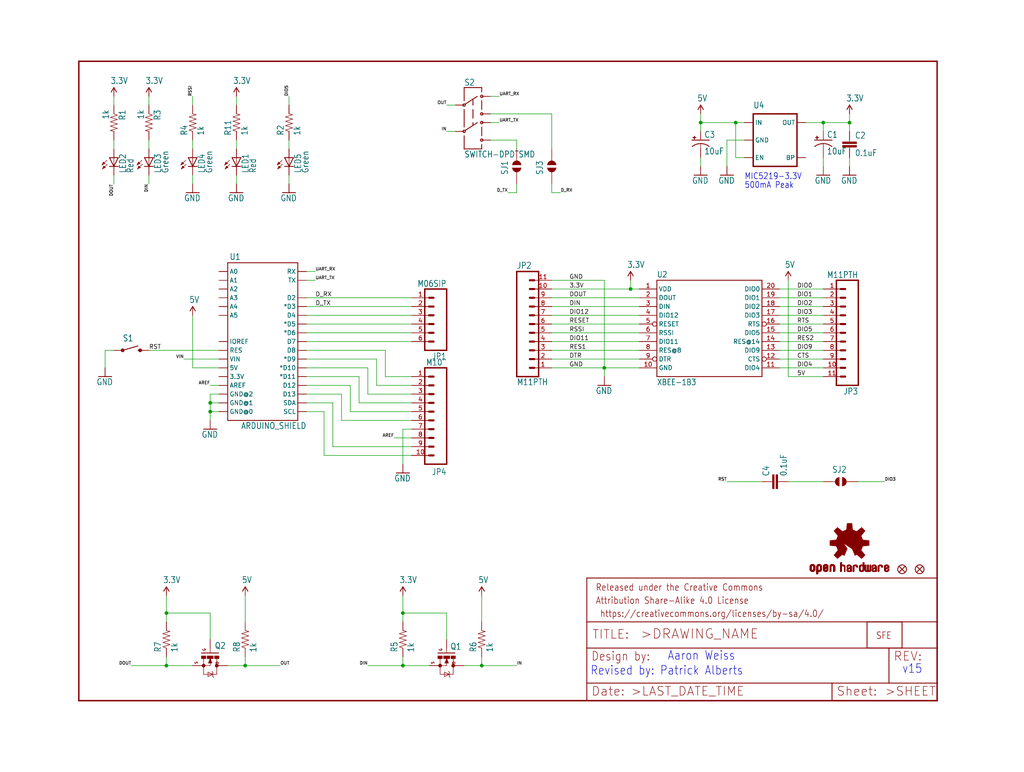
<source format=kicad_sch>
(kicad_sch (version 20211123) (generator eeschema)
  (paper "User" 297.002 223.926)
  (lib_symbols
    (symbol "schematicEagle-eagle-import:0.1UF-25V(+80{slash}-20%)(0603)"
      (property "Reference" "C" (at 1.524 2.921 0))
      (property "Value" "0.1UF-25V(+80{slash}-20%)(0603)" (at 1.524 -2.159 0))
      (symbol "0.1UF-25V(+80{slash}-20%)(0603)_1_0"
        (pin passive line (at 0 5.08 270) (length 2.54) (name "1") (number "1"))
        (pin passive line (at 0 -2.54 90) (length 2.54) (name "2") (number "2"))
      )
    )
    (symbol "schematicEagle-eagle-import:1KOHM1{slash}10W1%(0603)"
      (property "Reference" "R" (at -3.81 1.4986 0))
      (property "Value" "1KOHM1{slash}10W1%(0603)" (at -3.81 -3.302 0))
      (symbol "1KOHM1{slash}10W1%(0603)_1_0"
        (pin passive line (at -5.08 0 0) (length 2.54) (name "1") (number "1"))
        (pin passive line (at 5.08 0 180) (length 2.54) (name "2") (number "2"))
      )
    )
    (symbol "schematicEagle-eagle-import:3.3V" (power)
      (property "Value" "3.3V" (at -1.016 3.556 0))
      (symbol "3.3V_1_0"
        (pin power_in line (at 0 0 90) (length 2.54) (name "3.3V") (number "1"))
      )
    )
    (symbol "schematicEagle-eagle-import:5V" (power)
      (property "Value" "5V" (at -1.016 3.556 0))
      (symbol "5V_1_0"
        (pin power_in line (at 0 0 90) (length 2.54) (name "5V") (number "1"))
      )
    )
    (symbol "schematicEagle-eagle-import:ARDUINO_R3_SHIELD"
      (property "Value" "ARDUINO_R3_SHIELD" (at -6.35 -27.94 0))
      (symbol "ARDUINO_R3_SHIELD_1_0"
        (pin bidirectional line (at -12.7 -12.7 0) (length 2.54) (name "3.3V") (number "3.3V"))
        (pin bidirectional line (at -12.7 -10.16 0) (length 2.54) (name "5V") (number "5V"))
        (pin bidirectional line (at -12.7 17.78 0) (length 2.54) (name "A0") (number "A0"))
        (pin bidirectional line (at -12.7 15.24 0) (length 2.54) (name "A1") (number "A1"))
        (pin bidirectional line (at -12.7 12.7 0) (length 2.54) (name "A2") (number "A2"))
        (pin bidirectional line (at -12.7 10.16 0) (length 2.54) (name "A3") (number "A3"))
        (pin bidirectional line (at -12.7 7.62 0) (length 2.54) (name "A4") (number "A4"))
        (pin bidirectional line (at -12.7 5.08 0) (length 2.54) (name "A5") (number "A5"))
        (pin bidirectional line (at -12.7 -15.24 0) (length 2.54) (name "AREF") (number "AREF"))
        (pin bidirectional line (at 12.7 -10.16 180) (length 2.54) (name "*D10") (number "D10"))
        (pin bidirectional line (at 12.7 -12.7 180) (length 2.54) (name "*D11") (number "D11"))
        (pin bidirectional line (at 12.7 -15.24 180) (length 2.54) (name "D12") (number "D12"))
        (pin bidirectional line (at 12.7 -17.78 180) (length 2.54) (name "D13") (number "D13"))
        (pin bidirectional line (at 12.7 10.16 180) (length 2.54) (name "D2") (number "D2"))
        (pin bidirectional line (at 12.7 7.62 180) (length 2.54) (name "*D3") (number "D3"))
        (pin bidirectional line (at 12.7 5.08 180) (length 2.54) (name "D4") (number "D4"))
        (pin bidirectional line (at 12.7 2.54 180) (length 2.54) (name "*D5") (number "D5"))
        (pin bidirectional line (at 12.7 0 180) (length 2.54) (name "*D6") (number "D6"))
        (pin bidirectional line (at 12.7 -2.54 180) (length 2.54) (name "D7") (number "D7"))
        (pin bidirectional line (at 12.7 -5.08 180) (length 2.54) (name "D8") (number "D8"))
        (pin bidirectional line (at 12.7 -7.62 180) (length 2.54) (name "*D9") (number "D9"))
        (pin bidirectional line (at -12.7 -22.86 0) (length 2.54) (name "GND@0") (number "GND@0"))
        (pin bidirectional line (at -12.7 -20.32 0) (length 2.54) (name "GND@1") (number "GND@1"))
        (pin bidirectional line (at -12.7 -17.78 0) (length 2.54) (name "GND@2") (number "GND@2"))
        (pin bidirectional line (at -12.7 -2.54 0) (length 2.54) (name "IOREF") (number "IOREF"))
        (pin bidirectional line (at -12.7 -5.08 0) (length 2.54) (name "RES") (number "RES"))
        (pin bidirectional line (at 12.7 17.78 180) (length 2.54) (name "RX") (number "RX"))
        (pin bidirectional line (at 12.7 -22.86 180) (length 2.54) (name "SCL") (number "SCL"))
        (pin bidirectional line (at 12.7 -20.32 180) (length 2.54) (name "SDA") (number "SDA"))
        (pin bidirectional line (at 12.7 15.24 180) (length 2.54) (name "TX") (number "TX"))
        (pin bidirectional line (at -12.7 -7.62 0) (length 2.54) (name "VIN") (number "VIN"))
      )
    )
    (symbol "schematicEagle-eagle-import:CAP_POL1206"
      (property "Reference" "C" (at 1.016 0.635 0))
      (property "Value" "CAP_POL1206" (at 1.016 -4.191 0))
      (symbol "CAP_POL1206_1_0"
        (pin passive line (at 0 2.54 270) (length 2.54) (name "+") (number "A"))
        (pin passive line (at 0 -5.08 90) (length 2.54) (name "-") (number "C"))
      )
    )
    (symbol "schematicEagle-eagle-import:FIDUCIAL1X2")
    (symbol "schematicEagle-eagle-import:FRAME-LETTER"
      (symbol "FRAME-LETTER_2_0"
        (text " https://creativecommons.org/licenses/by-sa/4.0/" (at 2.54 24.13 0) (effects (font (size 1.9304 1.6408)) (justify left bottom)))
        (text ">DRAWING_NAME" (at 15.494 17.78 0) (effects (font (size 2.7432 2.7432)) (justify left bottom)))
        (text ">LAST_DATE_TIME" (at 12.7 1.27 0) (effects (font (size 2.54 2.54)) (justify left bottom)))
        (text ">SHEET" (at 86.36 1.27 0) (effects (font (size 2.54 2.54)) (justify left bottom)))
        (text "Attribution Share-Alike 4.0 License" (at 2.54 27.94 0) (effects (font (size 1.9304 1.6408)) (justify left bottom)))
        (text "Date:" (at 1.27 1.27 0) (effects (font (size 2.54 2.54)) (justify left bottom)))
        (text "Design by:" (at 1.27 11.43 0) (effects (font (size 2.54 2.159)) (justify left bottom)))
        (text "Released under the Creative Commons" (at 2.54 31.75 0) (effects (font (size 1.9304 1.6408)) (justify left bottom)))
        (text "REV:" (at 88.9 11.43 0) (effects (font (size 2.54 2.54)) (justify left bottom)))
        (text "Sheet:" (at 72.39 1.27 0) (effects (font (size 2.54 2.54)) (justify left bottom)))
        (text "TITLE:" (at 1.524 17.78 0) (effects (font (size 2.54 2.54)) (justify left bottom)))
      )
    )
    (symbol "schematicEagle-eagle-import:GND" (power)
      (property "Value" "GND" (at -2.54 -2.54 0))
      (symbol "GND_1_0"
        (pin power_in line (at 0 2.54 270) (length 2.54) (name "GND") (number "1"))
      )
    )
    (symbol "schematicEagle-eagle-import:LED-GREEN0603"
      (property "Reference" "D" (at 3.556 -4.572 90))
      (property "Value" "LED-GREEN0603" (at 5.715 -4.572 90))
      (symbol "LED-GREEN0603_1_0"
        (pin passive line (at 0 2.54 270) (length 2.54) (name "A") (number "A"))
        (pin passive line (at 0 -5.08 90) (length 2.54) (name "C") (number "C"))
      )
    )
    (symbol "schematicEagle-eagle-import:LED-RED0603"
      (property "Reference" "D" (at 3.556 -4.572 90))
      (property "Value" "LED-RED0603" (at 5.715 -4.572 90))
      (symbol "LED-RED0603_1_0"
        (pin passive line (at 0 2.54 270) (length 2.54) (name "A") (number "A"))
        (pin passive line (at 0 -5.08 90) (length 2.54) (name "C") (number "C"))
      )
    )
    (symbol "schematicEagle-eagle-import:LOGO-SFENEW"
      (symbol "LOGO-SFENEW_1_0"
        (text "SFE" (at 0 0 0) (effects (font (size 1.9304 1.6408)) (justify left bottom)))
      )
    )
    (symbol "schematicEagle-eagle-import:M06SIP"
      (property "Reference" "JP" (at -5.08 10.922 0))
      (property "Value" "M06SIP" (at -5.08 -10.16 0))
      (symbol "M06SIP_1_0"
        (pin passive line (at 5.08 -5.08 180) (length 5.08) (name "1") (number "1"))
        (pin passive line (at 5.08 -2.54 180) (length 5.08) (name "2") (number "2"))
        (pin passive line (at 5.08 0 180) (length 5.08) (name "3") (number "3"))
        (pin passive line (at 5.08 2.54 180) (length 5.08) (name "4") (number "4"))
        (pin passive line (at 5.08 5.08 180) (length 5.08) (name "5") (number "5"))
        (pin passive line (at 5.08 7.62 180) (length 5.08) (name "6") (number "6"))
      )
    )
    (symbol "schematicEagle-eagle-import:M10{dblquote}"
      (property "Reference" "JP" (at 0 8.89 0))
      (property "Value" "M10{dblquote}" (at 0 -22.86 0))
      (symbol "M10{dblquote}_1_0"
        (pin passive line (at 10.16 -17.78 180) (length 5.08) (name "1") (number "1"))
        (pin passive line (at 10.16 5.08 180) (length 5.08) (name "10") (number "10"))
        (pin passive line (at 10.16 -15.24 180) (length 5.08) (name "2") (number "2"))
        (pin passive line (at 10.16 -12.7 180) (length 5.08) (name "3") (number "3"))
        (pin passive line (at 10.16 -10.16 180) (length 5.08) (name "4") (number "4"))
        (pin passive line (at 10.16 -7.62 180) (length 5.08) (name "5") (number "5"))
        (pin passive line (at 10.16 -5.08 180) (length 5.08) (name "6") (number "6"))
        (pin passive line (at 10.16 -2.54 180) (length 5.08) (name "7") (number "7"))
        (pin passive line (at 10.16 0 180) (length 5.08) (name "8") (number "8"))
        (pin passive line (at 10.16 2.54 180) (length 5.08) (name "9") (number "9"))
      )
    )
    (symbol "schematicEagle-eagle-import:M11PTH"
      (property "Reference" "JP" (at 0 16.002 0))
      (property "Value" "M11PTH" (at 0 -17.78 0))
      (symbol "M11PTH_1_0"
        (pin passive line (at 10.16 -12.7 180) (length 5.08) (name "1") (number "1"))
        (pin passive line (at 10.16 10.16 180) (length 5.08) (name "10") (number "10"))
        (pin passive line (at 10.16 12.7 180) (length 5.08) (name "11") (number "11"))
        (pin passive line (at 10.16 -10.16 180) (length 5.08) (name "2") (number "2"))
        (pin passive line (at 10.16 -7.62 180) (length 5.08) (name "3") (number "3"))
        (pin passive line (at 10.16 -5.08 180) (length 5.08) (name "4") (number "4"))
        (pin passive line (at 10.16 -2.54 180) (length 5.08) (name "5") (number "5"))
        (pin passive line (at 10.16 0 180) (length 5.08) (name "6") (number "6"))
        (pin passive line (at 10.16 2.54 180) (length 5.08) (name "7") (number "7"))
        (pin passive line (at 10.16 5.08 180) (length 5.08) (name "8") (number "8"))
        (pin passive line (at 10.16 7.62 180) (length 5.08) (name "9") (number "9"))
      )
    )
    (symbol "schematicEagle-eagle-import:MOSFET-NCHANNELSMD"
      (property "Reference" "Q" (at 5.08 2.54 0))
      (property "Value" "MOSFET-NCHANNELSMD" (at 5.08 0 0))
      (symbol "MOSFET-NCHANNELSMD_1_0"
        (text "D" (at -1.27 2.54 0) (effects (font (size 0.8128 0.6908)) (justify left bottom)))
        (text "G" (at -5.08 -1.27 0) (effects (font (size 0.8128 0.6908)) (justify left bottom)))
        (text "S" (at -1.27 -3.556 0) (effects (font (size 0.8128 0.6908)) (justify left bottom)))
        (pin passive line (at -7.62 0 0) (length 2.54) (name "G") (number "1"))
        (pin passive line (at 0 -5.08 90) (length 2.54) (name "S") (number "2"))
        (pin passive line (at 0 5.08 270) (length 2.54) (name "D") (number "3"))
      )
    )
    (symbol "schematicEagle-eagle-import:OSHW-LOGOS")
    (symbol "schematicEagle-eagle-import:SOLDERJUMPERNC"
      (property "Reference" "SJ" (at -2.54 2.54 0))
      (symbol "SOLDERJUMPERNC_1_0"
        (pin passive line (at -5.08 0 0) (length 2.54) (name "1") (number "1"))
        (pin passive line (at 5.08 0 180) (length 2.54) (name "2") (number "2"))
      )
    )
    (symbol "schematicEagle-eagle-import:SOLDERJUMPERTRACE"
      (property "Reference" "SJ" (at -2.54 2.54 0))
      (symbol "SOLDERJUMPERTRACE_1_0"
        (pin passive line (at -5.08 0 0) (length 2.54) (name "1") (number "1"))
        (pin passive line (at 5.08 0 180) (length 2.54) (name "2") (number "2"))
      )
    )
    (symbol "schematicEagle-eagle-import:SWITCH-DPDTSMD"
      (property "Reference" "S" (at -2.54 8.128 0))
      (property "Value" "SWITCH-DPDTSMD" (at -2.54 -12.7 0))
      (symbol "SWITCH-DPDTSMD_1_0"
        (pin bidirectional line (at 5.08 5.08 180) (length 2.54) (name "1") (number "1"))
        (pin bidirectional line (at -5.08 2.54 0) (length 2.54) (name "2") (number "2"))
        (pin bidirectional line (at 5.08 0 180) (length 2.54) (name "3") (number "3"))
        (pin bidirectional line (at 5.08 -2.54 180) (length 2.54) (name "4") (number "4"))
        (pin bidirectional line (at -5.08 -5.08 0) (length 2.54) (name "5") (number "5"))
        (pin bidirectional line (at 5.08 -7.62 180) (length 2.54) (name "6") (number "6"))
      )
    )
    (symbol "schematicEagle-eagle-import:SWITCH-MOMENTARY-2SMD"
      (property "Reference" "S" (at -2.54 2.54 0))
      (property "Value" "SWITCH-MOMENTARY-2SMD" (at -2.54 -2.54 0))
      (symbol "SWITCH-MOMENTARY-2SMD_1_0"
        (pin passive line (at -5.08 0 0) (length 2.54) (name "1") (number "1"))
        (pin passive line (at 5.08 0 180) (length 2.54) (name "2") (number "3"))
      )
    )
    (symbol "schematicEagle-eagle-import:V_REG_LDOSMD"
      (property "Reference" "U" (at -7.62 9.144 0))
      (property "Value" "V_REG_LDOSMD" (at -7.62 -11.43 0))
      (symbol "V_REG_LDOSMD_1_0"
        (pin input line (at -10.16 5.08 0) (length 2.54) (name "IN") (number "1"))
        (pin input line (at -10.16 0 0) (length 2.54) (name "GND") (number "2"))
        (pin input line (at -10.16 -5.08 0) (length 2.54) (name "EN") (number "3"))
        (pin input line (at 7.62 -5.08 180) (length 2.54) (name "BP") (number "4"))
        (pin passive line (at 7.62 5.08 180) (length 2.54) (name "OUT") (number "5"))
      )
    )
    (symbol "schematicEagle-eagle-import:XBEE-1B3"
      (property "Value" "XBEE-1B3" (at -15.24 -17.78 0))
      (symbol "XBEE-1B3_1_0"
        (pin power_in line (at -20.32 10.16 0) (length 5.08) (name "VDD") (number "1"))
        (pin power_in line (at -20.32 -12.7 0) (length 5.08) (name "GND") (number "10"))
        (pin bidirectional line (at 20.32 -12.7 180) (length 5.08) (name "DIO4") (number "11"))
        (pin output inverted (at 20.32 -10.16 180) (length 5.08) (name "CTS") (number "12"))
        (pin bidirectional line (at 20.32 -7.62 180) (length 5.08) (name "DIO9") (number "13"))
        (pin bidirectional line (at 20.32 -5.08 180) (length 5.08) (name "RES@14") (number "14"))
        (pin bidirectional line (at 20.32 -2.54 180) (length 5.08) (name "DIO5") (number "15"))
        (pin input inverted (at 20.32 0 180) (length 5.08) (name "RTS") (number "16"))
        (pin bidirectional line (at 20.32 2.54 180) (length 5.08) (name "DIO3") (number "17"))
        (pin bidirectional line (at 20.32 5.08 180) (length 5.08) (name "DIO2") (number "18"))
        (pin bidirectional line (at 20.32 7.62 180) (length 5.08) (name "DIO1") (number "19"))
        (pin output line (at -20.32 7.62 0) (length 5.08) (name "DOUT") (number "2"))
        (pin bidirectional line (at 20.32 10.16 180) (length 5.08) (name "DIO0") (number "20"))
        (pin input line (at -20.32 5.08 0) (length 5.08) (name "DIN") (number "3"))
        (pin bidirectional line (at -20.32 2.54 0) (length 5.08) (name "DIO12") (number "4"))
        (pin input inverted (at -20.32 0 0) (length 5.08) (name "RESET") (number "5"))
        (pin bidirectional line (at -20.32 -2.54 0) (length 5.08) (name "RSSI") (number "6"))
        (pin bidirectional line (at -20.32 -5.08 0) (length 5.08) (name "DIO11") (number "7"))
        (pin bidirectional line (at -20.32 -7.62 0) (length 5.08) (name "RES@8") (number "8"))
        (pin bidirectional inverted (at -20.32 -10.16 0) (length 5.08) (name "DTR") (number "9"))
      )
    )
  )
  (junction (at 60.96 119.38))
  (junction (at 116.84 193.04))
  (junction (at 48.26 177.8))
  (junction (at 175.26 106.68))
  (junction (at 60.96 116.84))
  (junction (at 139.7 193.04))
  (junction (at 182.88 83.82))
  (junction (at 238.76 35.56))
  (junction (at 48.26 193.04))
  (junction (at 246.38 35.56))
  (junction (at 203.2 35.56))
  (junction (at 71.12 193.04))
  (junction (at 116.84 177.8))
  (junction (at 213.36 35.56))
  (wire (pts (xy 238.76 99.06) (xy 226.06 99.06)))
  (wire (pts (xy 88.9 114.3) (xy 99.06 114.3)))
  (wire (pts (xy 142.24 27.94) (xy 144.78 27.94)))
  (wire (pts (xy 71.12 180.34) (xy 71.12 172.72)))
  (wire (pts (xy 149.86 53.34) (xy 149.86 55.88)))
  (wire (pts (xy 160.02 33.02) (xy 160.02 43.18)))
  (wire (pts (xy 175.26 106.68) (xy 175.26 109.22)))
  (wire (pts (xy 106.68 114.3) (xy 119.38 114.3)))
  (wire (pts (xy 139.7 190.5) (xy 139.7 193.04)))
  (wire (pts (xy 55.88 193.04) (xy 48.26 193.04)))
  (wire (pts (xy 43.18 30.48) (xy 43.18 27.94)))
  (wire (pts (xy 182.88 83.82) (xy 182.88 81.28)))
  (wire (pts (xy 88.9 104.14) (xy 109.22 104.14)))
  (wire (pts (xy 238.76 96.52) (xy 226.06 96.52)))
  (wire (pts (xy 203.2 38.1) (xy 203.2 35.56)))
  (wire (pts (xy 233.68 35.56) (xy 238.76 35.56)))
  (wire (pts (xy 60.96 114.3) (xy 60.96 116.84)))
  (wire (pts (xy 238.76 86.36) (xy 226.06 86.36)))
  (wire (pts (xy 43.18 40.64) (xy 43.18 43.18)))
  (wire (pts (xy 175.26 81.28) (xy 175.26 106.68)))
  (wire (pts (xy 116.84 124.46) (xy 116.84 134.62)))
  (wire (pts (xy 63.5 114.3) (xy 60.96 114.3)))
  (wire (pts (xy 88.9 96.52) (xy 119.38 96.52)))
  (wire (pts (xy 238.76 101.6) (xy 226.06 101.6)))
  (wire (pts (xy 149.86 40.64) (xy 149.86 43.18)))
  (wire (pts (xy 83.82 30.48) (xy 83.82 27.94)))
  (wire (pts (xy 96.52 116.84) (xy 96.52 129.54)))
  (wire (pts (xy 101.6 119.38) (xy 119.38 119.38)))
  (wire (pts (xy 88.9 88.9) (xy 119.38 88.9)))
  (wire (pts (xy 88.9 86.36) (xy 119.38 86.36)))
  (wire (pts (xy 83.82 50.8) (xy 83.82 53.34)))
  (wire (pts (xy 215.9 45.72) (xy 213.36 45.72)))
  (wire (pts (xy 33.02 50.8) (xy 33.02 53.34)))
  (wire (pts (xy 228.6 139.7) (xy 238.76 139.7)))
  (wire (pts (xy 238.76 93.98) (xy 226.06 93.98)))
  (wire (pts (xy 129.54 177.8) (xy 129.54 185.42)))
  (wire (pts (xy 228.6 81.28) (xy 228.6 109.22)))
  (wire (pts (xy 149.86 55.88) (xy 147.32 55.88)))
  (wire (pts (xy 63.5 101.6) (xy 43.18 101.6)))
  (wire (pts (xy 116.84 172.72) (xy 116.84 177.8)))
  (wire (pts (xy 116.84 190.5) (xy 116.84 193.04)))
  (wire (pts (xy 68.58 50.8) (xy 68.58 53.34)))
  (wire (pts (xy 116.84 177.8) (xy 116.84 180.34)))
  (wire (pts (xy 203.2 35.56) (xy 203.2 33.02)))
  (wire (pts (xy 33.02 30.48) (xy 33.02 27.94)))
  (wire (pts (xy 93.98 132.08) (xy 119.38 132.08)))
  (wire (pts (xy 55.88 106.68) (xy 55.88 91.44)))
  (wire (pts (xy 238.76 104.14) (xy 226.06 104.14)))
  (wire (pts (xy 185.42 104.14) (xy 160.02 104.14)))
  (wire (pts (xy 116.84 177.8) (xy 129.54 177.8)))
  (wire (pts (xy 106.68 106.68) (xy 106.68 114.3)))
  (wire (pts (xy 185.42 101.6) (xy 160.02 101.6)))
  (wire (pts (xy 48.26 177.8) (xy 48.26 180.34)))
  (wire (pts (xy 93.98 119.38) (xy 93.98 132.08)))
  (wire (pts (xy 83.82 40.64) (xy 83.82 43.18)))
  (wire (pts (xy 185.42 88.9) (xy 160.02 88.9)))
  (wire (pts (xy 48.26 193.04) (xy 38.1 193.04)))
  (wire (pts (xy 213.36 45.72) (xy 213.36 35.56)))
  (wire (pts (xy 185.42 91.44) (xy 160.02 91.44)))
  (wire (pts (xy 119.38 127) (xy 114.3 127)))
  (wire (pts (xy 238.76 83.82) (xy 226.06 83.82)))
  (wire (pts (xy 88.9 91.44) (xy 119.38 91.44)))
  (wire (pts (xy 142.24 35.56) (xy 144.78 35.56)))
  (wire (pts (xy 185.42 83.82) (xy 182.88 83.82)))
  (wire (pts (xy 246.38 35.56) (xy 246.38 33.02)))
  (wire (pts (xy 55.88 30.48) (xy 55.88 27.94)))
  (wire (pts (xy 71.12 190.5) (xy 71.12 193.04)))
  (wire (pts (xy 99.06 121.92) (xy 119.38 121.92)))
  (wire (pts (xy 185.42 96.52) (xy 160.02 96.52)))
  (wire (pts (xy 88.9 101.6) (xy 111.76 101.6)))
  (wire (pts (xy 238.76 106.68) (xy 226.06 106.68)))
  (wire (pts (xy 185.42 93.98) (xy 160.02 93.98)))
  (wire (pts (xy 185.42 106.68) (xy 175.26 106.68)))
  (wire (pts (xy 104.14 116.84) (xy 119.38 116.84)))
  (wire (pts (xy 246.38 48.26) (xy 246.38 45.72)))
  (wire (pts (xy 185.42 86.36) (xy 160.02 86.36)))
  (wire (pts (xy 142.24 33.02) (xy 160.02 33.02)))
  (wire (pts (xy 30.48 101.6) (xy 30.48 106.68)))
  (wire (pts (xy 160.02 81.28) (xy 175.26 81.28)))
  (wire (pts (xy 71.12 193.04) (xy 81.28 193.04)))
  (wire (pts (xy 109.22 104.14) (xy 109.22 111.76)))
  (wire (pts (xy 248.92 139.7) (xy 256.54 139.7)))
  (wire (pts (xy 116.84 193.04) (xy 106.68 193.04)))
  (wire (pts (xy 55.88 50.8) (xy 55.88 53.34)))
  (wire (pts (xy 111.76 109.22) (xy 111.76 101.6)))
  (wire (pts (xy 99.06 114.3) (xy 99.06 121.92)))
  (wire (pts (xy 60.96 116.84) (xy 60.96 119.38)))
  (wire (pts (xy 88.9 116.84) (xy 96.52 116.84)))
  (wire (pts (xy 213.36 35.56) (xy 203.2 35.56)))
  (wire (pts (xy 55.88 40.64) (xy 55.88 43.18)))
  (wire (pts (xy 238.76 88.9) (xy 226.06 88.9)))
  (wire (pts (xy 63.5 111.76) (xy 60.96 111.76)))
  (wire (pts (xy 238.76 48.26) (xy 238.76 45.72)))
  (wire (pts (xy 88.9 106.68) (xy 106.68 106.68)))
  (wire (pts (xy 215.9 40.64) (xy 210.82 40.64)))
  (wire (pts (xy 88.9 78.74) (xy 91.44 78.74)))
  (wire (pts (xy 88.9 119.38) (xy 93.98 119.38)))
  (wire (pts (xy 48.26 190.5) (xy 48.26 193.04)))
  (wire (pts (xy 142.24 40.64) (xy 149.86 40.64)))
  (wire (pts (xy 60.96 119.38) (xy 60.96 121.92)))
  (wire (pts (xy 68.58 43.18) (xy 68.58 40.64)))
  (wire (pts (xy 215.9 35.56) (xy 213.36 35.56)))
  (wire (pts (xy 238.76 109.22) (xy 228.6 109.22)))
  (wire (pts (xy 63.5 104.14) (xy 53.34 104.14)))
  (wire (pts (xy 48.26 177.8) (xy 60.96 177.8)))
  (wire (pts (xy 132.08 30.48) (xy 129.54 30.48)))
  (wire (pts (xy 48.26 172.72) (xy 48.26 177.8)))
  (wire (pts (xy 160.02 55.88) (xy 162.56 55.88)))
  (wire (pts (xy 63.5 119.38) (xy 60.96 119.38)))
  (wire (pts (xy 119.38 109.22) (xy 111.76 109.22)))
  (wire (pts (xy 104.14 109.22) (xy 104.14 116.84)))
  (wire (pts (xy 139.7 193.04) (xy 149.86 193.04)))
  (wire (pts (xy 134.62 193.04) (xy 139.7 193.04)))
  (wire (pts (xy 238.76 91.44) (xy 226.06 91.44)))
  (wire (pts (xy 246.38 38.1) (xy 246.38 35.56)))
  (wire (pts (xy 109.22 111.76) (xy 119.38 111.76)))
  (wire (pts (xy 60.96 177.8) (xy 60.96 185.42)))
  (wire (pts (xy 66.04 193.04) (xy 71.12 193.04)))
  (wire (pts (xy 96.52 129.54) (xy 119.38 129.54)))
  (wire (pts (xy 210.82 40.64) (xy 210.82 48.26)))
  (wire (pts (xy 175.26 106.68) (xy 160.02 106.68)))
  (wire (pts (xy 33.02 40.64) (xy 33.02 43.18)))
  (wire (pts (xy 88.9 81.28) (xy 91.44 81.28)))
  (wire (pts (xy 119.38 124.46) (xy 116.84 124.46)))
  (wire (pts (xy 139.7 180.34) (xy 139.7 172.72)))
  (wire (pts (xy 238.76 38.1) (xy 238.76 35.56)))
  (wire (pts (xy 33.02 101.6) (xy 30.48 101.6)))
  (wire (pts (xy 63.5 106.68) (xy 55.88 106.68)))
  (wire (pts (xy 182.88 83.82) (xy 160.02 83.82)))
  (wire (pts (xy 88.9 111.76) (xy 101.6 111.76)))
  (wire (pts (xy 238.76 35.56) (xy 246.38 35.56)))
  (wire (pts (xy 185.42 99.06) (xy 160.02 99.06)))
  (wire (pts (xy 68.58 27.94) (xy 68.58 30.48)))
  (wire (pts (xy 132.08 38.1) (xy 129.54 38.1)))
  (wire (pts (xy 88.9 99.06) (xy 119.38 99.06)))
  (wire (pts (xy 203.2 48.26) (xy 203.2 45.72)))
  (wire (pts (xy 63.5 116.84) (xy 60.96 116.84)))
  (wire (pts (xy 160.02 53.34) (xy 160.02 55.88)))
  (wire (pts (xy 220.98 139.7) (xy 210.82 139.7)))
  (wire (pts (xy 43.18 50.8) (xy 43.18 53.34)))
  (wire (pts (xy 88.9 109.22) (xy 104.14 109.22)))
  (wire (pts (xy 88.9 93.98) (xy 119.38 93.98)))
  (wire (pts (xy 124.46 193.04) (xy 116.84 193.04)))
  (wire (pts (xy 101.6 111.76) (xy 101.6 119.38)))
  (text "Revised by: Patrick Alberts" (at 171.196 196.088 180) (effects (font (size 2.54 2.159)) (justify left bottom)))
  (text "v15" (at 261.62 195.58 180) (effects (font (size 2.54 2.159)) (justify left bottom)))
  (text "Aaron Weiss" (at 193.548 191.77 180) (effects (font (size 2.54 2.159)) (justify left bottom)))
  (text "MIC5219-3.3V" (at 215.9 52.324 180) (effects (font (size 1.778 1.5113)) (justify left bottom)))
  (text "500mA Peak" (at 215.9 54.864 180) (effects (font (size 1.778 1.5113)) (justify left bottom)))
  (label "DTR" (at 165.1 104.14 0) (effects (font (size 1.2446 1.2446))))
  (label "D_RX" (at 162.56 55.88 0) (effects (font (size 0.889 0.889))))
  (label "DIO0" (at 231.14 83.82 0) (effects (font (size 1.2446 1.2446))))
  (label "DIN" (at 165.1 88.9 0) (effects (font (size 1.2446 1.2446))))
  (label "DIO4" (at 231.14 106.68 0) (effects (font (size 1.2446 1.2446))))
  (label "RESET" (at 165.1 93.98 0) (effects (font (size 1.2446 1.2446))))
  (label "D_TX" (at 91.44 88.9 0) (effects (font (size 1.2446 1.2446))))
  (label "3.3V" (at 165.1 83.82 0) (effects (font (size 1.2446 1.2446))))
  (label "RSSI" (at 165.1 96.52 0) (effects (font (size 1.2446 1.2446))))
  (label "5V" (at 231.14 109.22 0) (effects (font (size 1.2446 1.2446))))
  (label "UART_RX" (at 91.44 78.74 0) (effects (font (size 0.889 0.889))))
  (label "UART_TX" (at 91.44 81.28 0) (effects (font (size 0.889 0.889))))
  (label "GND" (at 165.1 106.68 0) (effects (font (size 1.2446 1.2446))))
  (label "OUT" (at 81.28 193.04 0) (effects (font (size 0.889 0.889))))
  (label "DIN" (at 43.18 53.34 270) (effects (font (size 0.889 0.889))))
  (label "IN" (at 149.86 193.04 0) (effects (font (size 0.889 0.889))))
  (label "UART_TX" (at 144.78 35.56 0) (effects (font (size 0.889 0.889))))
  (label "IN" (at 129.54 38.1 180) (effects (font (size 0.889 0.889))))
  (label "GND" (at 165.1 81.28 0) (effects (font (size 1.2446 1.2446))))
  (label "AREF" (at 60.96 111.76 180) (effects (font (size 0.889 0.889))))
  (label "RES2" (at 231.14 99.06 0) (effects (font (size 1.2446 1.2446))))
  (label "RTS" (at 231.14 93.98 0) (effects (font (size 1.2446 1.2446))))
  (label "RST" (at 210.82 139.7 180) (effects (font (size 0.889 0.889))))
  (label "OUT" (at 129.54 30.48 180) (effects (font (size 0.889 0.889))))
  (label "DIO5" (at 231.14 96.52 0) (effects (font (size 1.2446 1.2446))))
  (label "CTS" (at 231.14 104.14 0) (effects (font (size 1.2446 1.2446))))
  (label "RES1" (at 165.1 101.6 0) (effects (font (size 1.2446 1.2446))))
  (label "DIN" (at 106.68 193.04 180) (effects (font (size 0.889 0.889))))
  (label "DIO1" (at 231.14 86.36 0) (effects (font (size 1.2446 1.2446))))
  (label "RST" (at 43.18 101.6 0) (effects (font (size 1.2446 1.2446))))
  (label "DIO5" (at 83.82 27.94 90) (effects (font (size 0.889 0.889))))
  (label "VIN" (at 53.34 104.14 180) (effects (font (size 0.889 0.889))))
  (label "AREF" (at 114.3 127 180) (effects (font (size 0.889 0.889))))
  (label "DOUT" (at 33.02 53.34 270) (effects (font (size 0.889 0.889))))
  (label "DOUT" (at 38.1 193.04 180) (effects (font (size 0.889 0.889))))
  (label "DIO12" (at 165.1 91.44 0) (effects (font (size 1.2446 1.2446))))
  (label "D_TX" (at 147.32 55.88 180) (effects (font (size 0.889 0.889))))
  (label "RSSI" (at 55.88 27.94 90) (effects (font (size 0.889 0.889))))
  (label "DIO11" (at 165.1 99.06 0) (effects (font (size 1.2446 1.2446))))
  (label "UART_RX" (at 144.78 27.94 0) (effects (font (size 0.889 0.889))))
  (label "DIO3" (at 231.14 91.44 0) (effects (font (size 1.2446 1.2446))))
  (label "DIO9" (at 231.14 101.6 0) (effects (font (size 1.2446 1.2446))))
  (label "D_RX" (at 91.44 86.36 0) (effects (font (size 1.2446 1.2446))))
  (label "DIO2" (at 231.14 88.9 0) (effects (font (size 1.2446 1.2446))))
  (label "DIO3" (at 256.54 139.7 0) (effects (font (size 0.889 0.889))))
  (label "DOUT" (at 165.1 86.36 0) (effects (font (size 1.2446 1.2446))))
  (symbol (lib_id "schematicEagle-eagle-import:SOLDERJUMPERNC") (at 149.86 48.26 90) (unit 1)
    (property "Reference" "SJ1" (at 147.32 50.8 0) (effects (font (size 1.778 1.5113)) (justify left bottom)))
    (property "Value" "D_TX" (effects hide))
    (property "Footprint" "schematicEagle:SJ_2S" (effects hide))
  )
  (symbol (lib_id "schematicEagle-eagle-import:LED-GREEN0603") (at 55.88 45.72 0) (unit 1)
    (property "Reference" "LED4" (at 59.436 50.292 90) (effects (font (size 1.778 1.5113)) (justify left bottom)))
    (property "Value" "Green" (at 61.595 50.292 90) (effects (font (size 1.778 1.5113)) (justify left bottom)))
    (property "Footprint" "schematicEagle:LED-0603" (effects hide))
  )
  (symbol (lib_id "schematicEagle-eagle-import:5V") (at 139.7 172.72 0) (unit 1)
    (property "Reference" "#U$6" (effects hide))
    (property "Value" "5V" (at 138.684 169.164 0) (effects (font (size 1.778 1.5113)) (justify left bottom)))
    (property "Footprint" "schematicEagle:" (effects hide))
  )
  (symbol (lib_id "schematicEagle-eagle-import:GND") (at 210.82 50.8 0) (unit 1)
    (property "Reference" "#GND1" (effects hide))
    (property "Value" "GND" (at 208.28 53.34 0) (effects (font (size 1.778 1.5113)) (justify left bottom)))
    (property "Footprint" "schematicEagle:" (effects hide))
  )
  (symbol (lib_id "schematicEagle-eagle-import:SOLDERJUMPERNC") (at 160.02 48.26 90) (unit 1)
    (property "Reference" "SJ3" (at 157.48 50.8 0) (effects (font (size 1.778 1.5113)) (justify left bottom)))
    (property "Value" "D_RX" (effects hide))
    (property "Footprint" "schematicEagle:SJ_2S" (effects hide))
  )
  (symbol (lib_id "schematicEagle-eagle-import:GND") (at 83.82 55.88 0) (unit 1)
    (property "Reference" "#GND9" (effects hide))
    (property "Value" "GND" (at 81.28 58.42 0) (effects (font (size 1.778 1.5113)) (justify left bottom)))
    (property "Footprint" "schematicEagle:" (effects hide))
  )
  (symbol (lib_id "schematicEagle-eagle-import:GND") (at 55.88 55.88 0) (unit 1)
    (property "Reference" "#GND4" (effects hide))
    (property "Value" "GND" (at 53.34 58.42 0) (effects (font (size 1.778 1.5113)) (justify left bottom)))
    (property "Footprint" "schematicEagle:" (effects hide))
  )
  (symbol (lib_id "schematicEagle-eagle-import:1KOHM1{slash}10W1%(0603)") (at 116.84 185.42 90) (unit 1)
    (property "Reference" "R5" (at 115.3414 189.23 0) (effects (font (size 1.778 1.5113)) (justify left bottom)))
    (property "Value" "1k" (at 120.142 189.23 0) (effects (font (size 1.778 1.5113)) (justify left bottom)))
    (property "Footprint" "schematicEagle:0603-RES" (effects hide))
  )
  (symbol (lib_id "schematicEagle-eagle-import:GND") (at 203.2 50.8 0) (unit 1)
    (property "Reference" "#GND6" (effects hide))
    (property "Value" "GND" (at 200.66 53.34 0) (effects (font (size 1.778 1.5113)) (justify left bottom)))
    (property "Footprint" "schematicEagle:" (effects hide))
  )
  (symbol (lib_id "schematicEagle-eagle-import:GND") (at 30.48 109.22 0) (unit 1)
    (property "Reference" "#GND8" (effects hide))
    (property "Value" "GND" (at 27.94 111.76 0) (effects (font (size 1.778 1.5113)) (justify left bottom)))
    (property "Footprint" "schematicEagle:" (effects hide))
  )
  (symbol (lib_id "schematicEagle-eagle-import:MOSFET-NCHANNELSMD") (at 60.96 193.04 270) (unit 1)
    (property "Reference" "Q2" (at 62.23 188.214 90) (effects (font (size 1.778 1.5113)) (justify left bottom)))
    (property "Value" "MOSFET-NCHANNELSMD" (effects hide))
    (property "Footprint" "schematicEagle:SOT23-3" (effects hide))
  )
  (symbol (lib_id "schematicEagle-eagle-import:1KOHM1{slash}10W1%(0603)") (at 48.26 185.42 90) (unit 1)
    (property "Reference" "R7" (at 46.7614 189.23 0) (effects (font (size 1.778 1.5113)) (justify left bottom)))
    (property "Value" "1k" (at 51.562 189.23 0) (effects (font (size 1.778 1.5113)) (justify left bottom)))
    (property "Footprint" "schematicEagle:0603-RES" (effects hide))
  )
  (symbol (lib_id "schematicEagle-eagle-import:3.3V") (at 182.88 81.28 0) (unit 1)
    (property "Reference" "#P+1" (effects hide))
    (property "Value" "3.3V" (at 181.864 77.724 0) (effects (font (size 1.778 1.5113)) (justify left bottom)))
    (property "Footprint" "schematicEagle:" (effects hide))
  )
  (symbol (lib_id "schematicEagle-eagle-import:SWITCH-MOMENTARY-2SMD") (at 38.1 101.6 0) (unit 1)
    (property "Reference" "S1" (at 35.56 99.06 0) (effects (font (size 1.778 1.5113)) (justify left bottom)))
    (property "Value" "SWITCH-MOMENTARY-2SMD" (effects hide))
    (property "Footprint" "schematicEagle:TACTILE_SWITCH_SMD" (effects hide))
  )
  (symbol (lib_id "schematicEagle-eagle-import:FIDUCIAL1X2") (at 261.62 165.1 0) (unit 1)
    (property "Reference" "JP6" (effects hide))
    (property "Value" "FIDUCIAL1X2" (effects hide))
    (property "Footprint" "schematicEagle:FIDUCIAL-1X2" (effects hide))
  )
  (symbol (lib_id "schematicEagle-eagle-import:LED-RED0603") (at 68.58 45.72 0) (unit 1)
    (property "Reference" "LED1" (at 72.136 50.292 90) (effects (font (size 1.778 1.5113)) (justify left bottom)))
    (property "Value" "Red" (at 74.295 50.292 90) (effects (font (size 1.778 1.5113)) (justify left bottom)))
    (property "Footprint" "schematicEagle:LED-0603" (effects hide))
  )
  (symbol (lib_id "schematicEagle-eagle-import:FRAME-LETTER") (at 170.18 203.2 0) (unit 2)
    (property "Reference" "FRAME1" (effects hide))
    (property "Value" "FRAME-LETTER" (effects hide))
    (property "Footprint" "schematicEagle:CREATIVE_COMMONS" (effects hide))
  )
  (symbol (lib_id "schematicEagle-eagle-import:1KOHM1{slash}10W1%(0603)") (at 43.18 35.56 270) (unit 1)
    (property "Reference" "R3" (at 44.6786 31.75 0) (effects (font (size 1.778 1.5113)) (justify left bottom)))
    (property "Value" "1k" (at 39.878 31.75 0) (effects (font (size 1.778 1.5113)) (justify left bottom)))
    (property "Footprint" "schematicEagle:0603-RES" (effects hide))
  )
  (symbol (lib_id "schematicEagle-eagle-import:M06SIP") (at 124.46 91.44 180) (unit 1)
    (property "Reference" "JP1" (at 129.54 102.362 0) (effects (font (size 1.778 1.5113)) (justify left bottom)))
    (property "Value" "M06SIP" (at 129.54 81.28 0) (effects (font (size 1.778 1.5113)) (justify left bottom)))
    (property "Footprint" "schematicEagle:1X06" (effects hide))
  )
  (symbol (lib_id "schematicEagle-eagle-import:3.3V") (at 33.02 27.94 0) (unit 1)
    (property "Reference" "#P+4" (effects hide))
    (property "Value" "3.3V" (at 32.004 24.384 0) (effects (font (size 1.778 1.5113)) (justify left bottom)))
    (property "Footprint" "schematicEagle:" (effects hide))
  )
  (symbol (lib_id "schematicEagle-eagle-import:M11PTH") (at 248.92 96.52 180) (unit 1)
    (property "Reference" "JP3" (at 248.92 112.522 0) (effects (font (size 1.778 1.5113)) (justify left bottom)))
    (property "Value" "M11PTH" (at 248.92 78.74 0) (effects (font (size 1.778 1.5113)) (justify left bottom)))
    (property "Footprint" "schematicEagle:1X11" (effects hide))
  )
  (symbol (lib_id "schematicEagle-eagle-import:3.3V") (at 43.18 27.94 0) (unit 1)
    (property "Reference" "#P+3" (effects hide))
    (property "Value" "3.3V" (at 42.164 24.384 0) (effects (font (size 1.778 1.5113)) (justify left bottom)))
    (property "Footprint" "schematicEagle:" (effects hide))
  )
  (symbol (lib_id "schematicEagle-eagle-import:3.3V") (at 116.84 172.72 0) (unit 1)
    (property "Reference" "#P+5" (effects hide))
    (property "Value" "3.3V" (at 115.824 169.164 0) (effects (font (size 1.778 1.5113)) (justify left bottom)))
    (property "Footprint" "schematicEagle:" (effects hide))
  )
  (symbol (lib_id "schematicEagle-eagle-import:5V") (at 203.2 33.02 0) (unit 1)
    (property "Reference" "#U$3" (effects hide))
    (property "Value" "5V" (at 202.184 29.464 0) (effects (font (size 1.778 1.5113)) (justify left bottom)))
    (property "Footprint" "schematicEagle:" (effects hide))
  )
  (symbol (lib_id "schematicEagle-eagle-import:5V") (at 71.12 172.72 0) (unit 1)
    (property "Reference" "#U$7" (effects hide))
    (property "Value" "5V" (at 70.104 169.164 0) (effects (font (size 1.778 1.5113)) (justify left bottom)))
    (property "Footprint" "schematicEagle:" (effects hide))
  )
  (symbol (lib_id "schematicEagle-eagle-import:SOLDERJUMPERTRACE") (at 243.84 139.7 0) (unit 1)
    (property "Reference" "SJ2" (at 241.3 137.16 0) (effects (font (size 1.778 1.5113)) (justify left bottom)))
    (property "Value" "SOLDERJUMPERTRACE" (effects hide))
    (property "Footprint" "schematicEagle:SJ_2S-TRACE" (effects hide))
  )
  (symbol (lib_id "schematicEagle-eagle-import:1KOHM1{slash}10W1%(0603)") (at 55.88 35.56 90) (unit 1)
    (property "Reference" "R4" (at 54.3814 39.37 0) (effects (font (size 1.778 1.5113)) (justify left bottom)))
    (property "Value" "1k" (at 59.182 39.37 0) (effects (font (size 1.778 1.5113)) (justify left bottom)))
    (property "Footprint" "schematicEagle:0603-RES" (effects hide))
  )
  (symbol (lib_id "schematicEagle-eagle-import:5V") (at 55.88 91.44 0) (unit 1)
    (property "Reference" "#U$2" (effects hide))
    (property "Value" "5V" (at 54.864 87.884 0) (effects (font (size 1.778 1.5113)) (justify left bottom)))
    (property "Footprint" "schematicEagle:" (effects hide))
  )
  (symbol (lib_id "schematicEagle-eagle-import:GND") (at 238.76 50.8 0) (unit 1)
    (property "Reference" "#GND3" (effects hide))
    (property "Value" "GND" (at 236.22 53.34 0) (effects (font (size 1.778 1.5113)) (justify left bottom)))
    (property "Footprint" "schematicEagle:" (effects hide))
  )
  (symbol (lib_id "schematicEagle-eagle-import:GND") (at 116.84 137.16 0) (unit 1)
    (property "Reference" "#GND10" (effects hide))
    (property "Value" "GND" (at 114.3 139.7 0) (effects (font (size 1.778 1.5113)) (justify left bottom)))
    (property "Footprint" "schematicEagle:" (effects hide))
  )
  (symbol (lib_id "schematicEagle-eagle-import:OSHW-LOGOS") (at 246.38 157.48 0) (unit 1)
    (property "Reference" "U$8" (effects hide))
    (property "Value" "OSHW-LOGOS" (effects hide))
    (property "Footprint" "schematicEagle:OSHW-LOGO-S" (effects hide))
  )
  (symbol (lib_id "schematicEagle-eagle-import:CAP_POL1206") (at 203.2 40.64 0) (unit 1)
    (property "Reference" "C3" (at 204.216 40.005 0) (effects (font (size 1.778 1.5113)) (justify left bottom)))
    (property "Value" "10uF" (at 204.216 44.831 0) (effects (font (size 1.778 1.5113)) (justify left bottom)))
    (property "Footprint" "schematicEagle:EIA3216" (effects hide))
  )
  (symbol (lib_id "schematicEagle-eagle-import:LED-RED0603") (at 33.02 45.72 0) (unit 1)
    (property "Reference" "LED2" (at 36.576 50.292 90) (effects (font (size 1.778 1.5113)) (justify left bottom)))
    (property "Value" "Red" (at 38.735 50.292 90) (effects (font (size 1.778 1.5113)) (justify left bottom)))
    (property "Footprint" "schematicEagle:LED-0603" (effects hide))
  )
  (symbol (lib_id "schematicEagle-eagle-import:CAP_POL1206") (at 238.76 40.64 0) (unit 1)
    (property "Reference" "C1" (at 239.776 40.005 0) (effects (font (size 1.778 1.5113)) (justify left bottom)))
    (property "Value" "10uF" (at 239.776 44.831 0) (effects (font (size 1.778 1.5113)) (justify left bottom)))
    (property "Footprint" "schematicEagle:EIA3216" (effects hide))
  )
  (symbol (lib_id "schematicEagle-eagle-import:MOSFET-NCHANNELSMD") (at 129.54 193.04 270) (unit 1)
    (property "Reference" "Q1" (at 130.556 188.468 90) (effects (font (size 1.778 1.5113)) (justify left bottom)))
    (property "Value" "MOSFET-NCHANNELSMD" (effects hide))
    (property "Footprint" "schematicEagle:SOT23-3" (effects hide))
  )
  (symbol (lib_id "schematicEagle-eagle-import:5V") (at 228.6 81.28 0) (unit 1)
    (property "Reference" "#U$9" (effects hide))
    (property "Value" "5V" (at 227.584 77.724 0) (effects (font (size 1.778 1.5113)) (justify left bottom)))
    (property "Footprint" "schematicEagle:" (effects hide))
  )
  (symbol (lib_id "schematicEagle-eagle-import:GND") (at 68.58 55.88 0) (unit 1)
    (property "Reference" "#GND28" (effects hide))
    (property "Value" "GND" (at 66.04 58.42 0) (effects (font (size 1.778 1.5113)) (justify left bottom)))
    (property "Footprint" "schematicEagle:" (effects hide))
  )
  (symbol (lib_id "schematicEagle-eagle-import:1KOHM1{slash}10W1%(0603)") (at 68.58 35.56 90) (unit 1)
    (property "Reference" "R11" (at 67.0814 39.37 0) (effects (font (size 1.778 1.5113)) (justify left bottom)))
    (property "Value" "1k" (at 71.882 39.37 0) (effects (font (size 1.778 1.5113)) (justify left bottom)))
    (property "Footprint" "schematicEagle:0603-RES" (effects hide))
  )
  (symbol (lib_id "schematicEagle-eagle-import:GND") (at 60.96 124.46 0) (unit 1)
    (property "Reference" "#GND7" (effects hide))
    (property "Value" "GND" (at 58.42 127 0) (effects (font (size 1.778 1.5113)) (justify left bottom)))
    (property "Footprint" "schematicEagle:" (effects hide))
  )
  (symbol (lib_id "schematicEagle-eagle-import:GND") (at 246.38 50.8 0) (unit 1)
    (property "Reference" "#GND5" (effects hide))
    (property "Value" "GND" (at 243.84 53.34 0) (effects (font (size 1.778 1.5113)) (justify left bottom)))
    (property "Footprint" "schematicEagle:" (effects hide))
  )
  (symbol (lib_id "schematicEagle-eagle-import:LED-GREEN0603") (at 43.18 45.72 0) (unit 1)
    (property "Reference" "LED3" (at 46.736 50.292 90) (effects (font (size 1.778 1.5113)) (justify left bottom)))
    (property "Value" "Green" (at 48.895 50.292 90) (effects (font (size 1.778 1.5113)) (justify left bottom)))
    (property "Footprint" "schematicEagle:LED-0603" (effects hide))
  )
  (symbol (lib_id "schematicEagle-eagle-import:M10{dblquote}") (at 129.54 127 180) (unit 1)
    (property "Reference" "JP4" (at 129.54 135.89 0) (effects (font (size 1.778 1.5113)) (justify left bottom)))
    (property "Value" "M10{dblquote}" (at 129.54 104.14 0) (effects (font (size 1.778 1.5113)) (justify left bottom)))
    (property "Footprint" "schematicEagle:1X10" (effects hide))
  )
  (symbol (lib_id "schematicEagle-eagle-import:LED-GREEN0603") (at 83.82 45.72 0) (unit 1)
    (property "Reference" "LED5" (at 87.376 50.292 90) (effects (font (size 1.778 1.5113)) (justify left bottom)))
    (property "Value" "Green" (at 89.535 50.292 90) (effects (font (size 1.778 1.5113)) (justify left bottom)))
    (property "Footprint" "schematicEagle:LED-0603" (effects hide))
  )
  (symbol (lib_id "schematicEagle-eagle-import:0.1UF-25V(+80{slash}-20%)(0603)") (at 246.38 43.18 0) (unit 1)
    (property "Reference" "C2" (at 247.904 40.259 0) (effects (font (size 1.778 1.5113)) (justify left bottom)))
    (property "Value" "0.1uF" (at 247.904 45.339 0) (effects (font (size 1.778 1.5113)) (justify left bottom)))
    (property "Footprint" "schematicEagle:0603-CAP" (effects hide))
  )
  (symbol (lib_id "schematicEagle-eagle-import:V_REG_LDOSMD") (at 226.06 40.64 0) (unit 1)
    (property "Reference" "U4" (at 218.44 31.496 0) (effects (font (size 1.778 1.5113)) (justify left bottom)))
    (property "Value" "V_REG_LDOSMD" (effects hide))
    (property "Footprint" "schematicEagle:SOT23-5" (effects hide))
  )
  (symbol (lib_id "schematicEagle-eagle-import:1KOHM1{slash}10W1%(0603)") (at 83.82 35.56 90) (unit 1)
    (property "Reference" "R2" (at 82.3214 39.37 0) (effects (font (size 1.778 1.5113)) (justify left bottom)))
    (property "Value" "1k" (at 87.122 39.37 0) (effects (font (size 1.778 1.5113)) (justify left bottom)))
    (property "Footprint" "schematicEagle:0603-RES" (effects hide))
  )
  (symbol (lib_id "schematicEagle-eagle-import:3.3V") (at 246.38 33.02 0) (unit 1)
    (property "Reference" "#P+6" (effects hide))
    (property "Value" "3.3V" (at 245.364 29.464 0) (effects (font (size 1.778 1.5113)) (justify left bottom)))
    (property "Footprint" "schematicEagle:" (effects hide))
  )
  (symbol (lib_id "schematicEagle-eagle-import:ARDUINO_R3_SHIELD") (at 76.2 96.52 0) (unit 1)
    (property "Reference" "U1" (at 66.548 75.438 0) (effects (font (size 1.778 1.5113)) (justify left bottom)))
    (property "Value" "ARDUINO_SHIELD" (at 69.85 124.46 0) (effects (font (size 1.778 1.5113)) (justify left bottom)))
    (property "Footprint" "schematicEagle:UNO_R3_SHIELD" (effects hide))
  )
  (symbol (lib_id "schematicEagle-eagle-import:1KOHM1{slash}10W1%(0603)") (at 33.02 35.56 270) (unit 1)
    (property "Reference" "R1" (at 34.5186 31.75 0) (effects (font (size 1.778 1.5113)) (justify left bottom)))
    (property "Value" "1k" (at 29.718 31.75 0) (effects (font (size 1.778 1.5113)) (justify left bottom)))
    (property "Footprint" "schematicEagle:0603-RES" (effects hide))
  )
  (symbol (lib_id "schematicEagle-eagle-import:FRAME-LETTER") (at 22.86 203.2 0) (unit 1)
    (property "Reference" "FRAME1" (effects hide))
    (property "Value" "FRAME-LETTER" (effects hide))
    (property "Footprint" "schematicEagle:CREATIVE_COMMONS" (effects hide))
  )
  (symbol (lib_id "schematicEagle-eagle-import:LOGO-SFENEW") (at 254 185.42 0) (unit 1)
    (property "Reference" "JP7" (effects hide))
    (property "Value" "LOGO-SFENEW" (effects hide))
    (property "Footprint" "schematicEagle:SFE-NEW-WEBLOGO" (effects hide))
  )
  (symbol (lib_id "schematicEagle-eagle-import:FIDUCIAL1X2") (at 266.7 165.1 0) (unit 1)
    (property "Reference" "JP5" (effects hide))
    (property "Value" "FIDUCIAL1X2" (effects hide))
    (property "Footprint" "schematicEagle:FIDUCIAL-1X2" (effects hide))
  )
  (symbol (lib_id "schematicEagle-eagle-import:0.1UF-25V(+80{slash}-20%)(0603)") (at 226.06 139.7 90) (unit 1)
    (property "Reference" "C4" (at 223.139 138.176 0) (effects (font (size 1.778 1.5113)) (justify left bottom)))
    (property "Value" "0.1uF" (at 228.219 138.176 0) (effects (font (size 1.778 1.5113)) (justify left bottom)))
    (property "Footprint" "schematicEagle:0603-CAP" (effects hide))
  )
  (symbol (lib_id "schematicEagle-eagle-import:3.3V") (at 68.58 27.94 0) (unit 1)
    (property "Reference" "#P+2" (effects hide))
    (property "Value" "3.3V" (at 67.564 24.384 0) (effects (font (size 1.778 1.5113)) (justify left bottom)))
    (property "Footprint" "schematicEagle:" (effects hide))
  )
  (symbol (lib_id "schematicEagle-eagle-import:GND") (at 175.26 111.76 0) (unit 1)
    (property "Reference" "#GND2" (effects hide))
    (property "Value" "GND" (at 172.72 114.3 0) (effects (font (size 1.778 1.5113)) (justify left bottom)))
    (property "Footprint" "schematicEagle:" (effects hide))
  )
  (symbol (lib_id "schematicEagle-eagle-import:M11PTH") (at 149.86 93.98 0) (unit 1)
    (property "Reference" "JP2" (at 149.86 77.978 0) (effects (font (size 1.778 1.5113)) (justify left bottom)))
    (property "Value" "M11PTH" (at 149.86 111.76 0) (effects (font (size 1.778 1.5113)) (justify left bottom)))
    (property "Footprint" "schematicEagle:1X11" (effects hide))
  )
  (symbol (lib_id "schematicEagle-eagle-import:1KOHM1{slash}10W1%(0603)") (at 139.7 185.42 90) (unit 1)
    (property "Reference" "R6" (at 138.2014 189.23 0) (effects (font (size 1.778 1.5113)) (justify left bottom)))
    (property "Value" "1k" (at 143.002 189.23 0) (effects (font (size 1.778 1.5113)) (justify left bottom)))
    (property "Footprint" "schematicEagle:0603-RES" (effects hide))
  )
  (symbol (lib_id "schematicEagle-eagle-import:3.3V") (at 48.26 172.72 0) (unit 1)
    (property "Reference" "#P+7" (effects hide))
    (property "Value" "3.3V" (at 47.244 169.164 0) (effects (font (size 1.778 1.5113)) (justify left bottom)))
    (property "Footprint" "schematicEagle:" (effects hide))
  )
  (symbol (lib_id "schematicEagle-eagle-import:SWITCH-DPDTSMD") (at 137.16 33.02 0) (unit 1)
    (property "Reference" "S2" (at 134.62 24.892 0) (effects (font (size 1.778 1.5113)) (justify left bottom)))
    (property "Value" "SWITCH-DPDTSMD" (at 134.62 45.72 0) (effects (font (size 1.778 1.5113)) (justify left bottom)))
    (property "Footprint" "schematicEagle:AYZ0202" (effects hide))
  )
  (symbol (lib_id "schematicEagle-eagle-import:1KOHM1{slash}10W1%(0603)") (at 71.12 185.42 90) (unit 1)
    (property "Reference" "R8" (at 69.6214 189.23 0) (effects (font (size 1.778 1.5113)) (justify left bottom)))
    (property "Value" "1k" (at 74.422 189.23 0) (effects (font (size 1.778 1.5113)) (justify left bottom)))
    (property "Footprint" "schematicEagle:0603-RES" (effects hide))
  )
  (symbol (lib_id "schematicEagle-eagle-import:XBEE-1B3") (at 205.74 93.98 0) (unit 1)
    (property "Reference" "U2" (at 190.5 80.518 0) (effects (font (size 1.6764 1.4249)) (justify left bottom)))
    (property "Value" "XBEE-1B3" (at 190.5 111.76 0) (effects (font (size 1.6764 1.4249)) (justify left bottom)))
    (property "Footprint" "schematicEagle:XBEE-SMD" (effects hide))
  )
)
</source>
